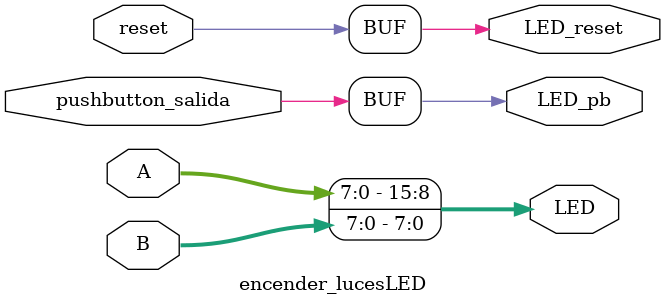
<source format=sv>
`timescale 1ns / 1ps

module lectura(
    input CLK100MHZ, reset,
    input [7:0] A, B,
    input pb_entrada,
    output [15:0] LED,
    output LED_reset, LED_pb,
    output [7:0] multiplicador, multiplicando,
    output logic pushbutton_salida
    );
    
    //Conexiones del módulo.
    logic pb_sinrebote;
    
    //Circuitos antirrebote de los conmutadores.
    antirrebote A0 (CLK100MHZ, reset, A[0], multiplicador[0]);
    antirrebote A1 (CLK100MHZ, reset, A[1], multiplicador[1]);
    antirrebote A2 (CLK100MHZ, reset, A[2], multiplicador[2]);
    antirrebote A3 (CLK100MHZ, reset, A[3], multiplicador[3]);
    antirrebote A4 (CLK100MHZ, reset, A[4], multiplicador[4]);
    antirrebote A5 (CLK100MHZ, reset, A[5], multiplicador[5]);
    antirrebote A6 (CLK100MHZ, reset, A[6], multiplicador[6]);
    antirrebote A7 (CLK100MHZ, reset, A[7], multiplicador[7]);

    antirrebote B0 (CLK100MHZ, reset, B[0], multiplicando[0]);
    antirrebote B1 (CLK100MHZ, reset, B[1], multiplicando[1]);
    antirrebote B2 (CLK100MHZ, reset, B[2], multiplicando[2]);
    antirrebote B3 (CLK100MHZ, reset, B[3], multiplicando[3]);
    antirrebote B4 (CLK100MHZ, reset, B[4], multiplicando[4]);
    antirrebote B5 (CLK100MHZ, reset, B[5], multiplicando[5]);
    antirrebote B6 (CLK100MHZ, reset, B[6], multiplicando[6]);
    antirrebote B7 (CLK100MHZ, reset, B[7], multiplicando[7]);
    
    //Circuito antirrebote del pushbutton.
    antirrebote PB (CLK100MHZ, reset, pb_entrada, pb_sinrebote);
    
    //Indica si el botón ha sido presionado por 500 ms.
    inicio_multiplicacion Inicio (CLK100MHZ, reset, pb_sinrebote, pushbutton_salida);
    
    //Encender las luces LED.
    encender_lucesLED LucesLED (reset, multiplicador, multiplicando, pushbutton_salida, LED, LED_reset, LED_pb);
   
endmodule

//Circuito antirrebote para los botones y conmutadores. 
module antirrebote(
    input clk, reset, entrada,
    output salida
    );
    
    wire slow_clk_en;
    wire Q0, Q1, Q2, Q3;
    
    clock_enable u1 (clk, reset, slow_clk_en);
    
    FF F0 (clk, slow_clk_en, entrada, Q0);
    FF F1 (clk, slow_clk_en, Q0, Q1);
    FF F2 (clk, slow_clk_en, Q1, Q2);
    FF F3 (clk, slow_clk_en, Q2, Q3);
    
    assign salida = Q0 && Q1 && Q2 && Q3;
    
endmodule
    
//Activador del reloj lento para el circuito antirrebote.
module clock_enable(
    input Clk_100M, reset,
    output slow_clk_en
    );
    
    reg [25:0]contador = 0;
    
    always @(posedge Clk_100M)
    begin
        if (reset)
            contador <= 0;
        else
            contador <= (contador>=249999)?0:contador+1;
    end
    assign slow_clk_en = (contador == 249999)?1'b1:1'b0;
    
endmodule

//Flip-Flop D con señal de habilitación del reloj para el módulo antirrebote.
module FF(
    input DFF_CLOCK, clock_enable, D,
    output reg Q = 0
    );
    
    always @ (posedge DFF_CLOCK) begin
        if(clock_enable == 1) 
           Q <= D;
        end
        
endmodule

//
module inicio_multiplicacion (
    input clk, reset, pb_sinrebote,
    output logic pushbutton_salida = 0
    );
    
    //Límite del contador para muestrear el valor en el tiempo deseado
    localparam limite = 24999999*2; //Para obtener una señal dividida de 2 Hz
    //Formula para la frecuencia deseada:
    //f = 1/T => f = 1/500X10^-3 => f = 2 Hz
    //Fórmula para tener la frecuencia de la señal que se quiere:
    //limite = [100 Mhz/(2*Frecuencia_deseada)] - 1 => Frecuencia deseada = 24999999
    
    //Variables para realizar el muestreo de la entrada
    reg activador = 0;
    reg [25:0] contador = 0;
    
    always @(pb_sinrebote)
    begin
        if (pb_sinrebote)
            activador = 1;
        else
            activador = 0;
    end
    
    always @(posedge clk)
    begin
        if(reset)
            contador <= 0;
        else
        begin
            if (contador == limite)
                contador <= 0;
            else
                contador <= contador +1;
        end
    end
    
    always @(posedge clk)
    begin
        if(reset)
            pushbutton_salida <= 0;
        else
        begin
            if(contador == limite && activador)
                pushbutton_salida <= pb_sinrebote;
            else if(!activador)
                pushbutton_salida <= 0;
            else
                pushbutton_salida <= pushbutton_salida;
        end
    end
    
endmodule

//Enciende las luces LED que están encima de cada switch y los indicadores del reset y el pushbutton.
module encender_lucesLED(
    input reset,
    input [7:0] A, B,
    input pushbutton_salida,
    output [15:0] LED,
    output LED_reset, LED_pb
    );
    
    assign LED = {A, B};
    assign LED_reset = reset;
    assign LED_pb = pushbutton_salida;
    
endmodule

</source>
